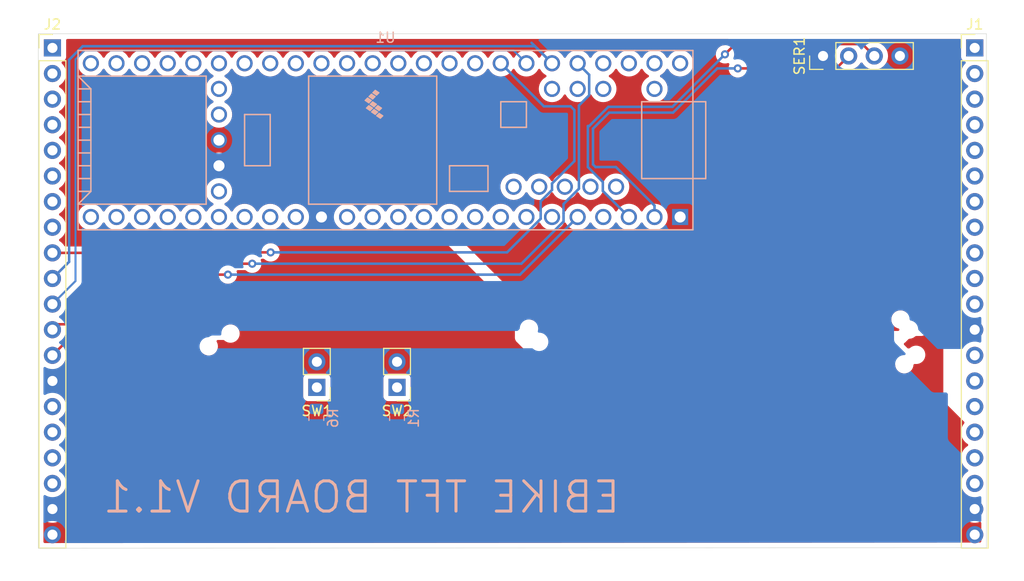
<source format=kicad_pcb>
(kicad_pcb (version 20211014) (generator pcbnew)
  (layers (0 "F.Cu" signal) (31 "B.Cu" signal) (34 "B.Paste" user) (35 "F.Paste" user) (36 "B.SilkS" user "B.Silkscreen") (37 "F.SilkS" user "F.Silkscreen") (38 "B.Mask" user) (39 "F.Mask" user) (44 "Edge.Cuts" user))
  (net 0 "")
  (net 1 "GND")
  (net 2 "+3.3v")
  (net 3 "SCK")
  (net 4 "MOSI")
  (net 5 "MISO")
  (net 7 "CS")
  (net 8 "CD")
  (net 20 "WR")
  (net 21 "RD")
  (net 22 "BRIGHTNESS")
  (net 23 "X+")
  (net 24 "Y+")
  (net 25 "X-")
  (net 26 "Y-")
  (net 35 "PB2_IN")
  (net 36 "PB1_IN")
  (net 37 "Rx-BESC")
  (net 38 "Tx-BESC")
  (footprint "Connector_PinHeader_2.54mm:PinHeader_1x20_P2.54mm_Vertical" (layer "F.Cu") (at 116.84 25.4)
    (fp_text reference "J1" (at 0 -2.33) (layer "F.SilkS"))
    (fp_text value "Conn_01x20")
    (fp_line (start -1.33 1.27) (end -1.33 49.59) (layer "F.SilkS") (width 0.12))
    (fp_line (start -1.33 49.59) (end 1.33 49.59) (layer "F.SilkS") (width 0.12))
    (fp_line (start -1.33 -1.33) (end 0 -1.33) (layer "F.SilkS") (width 0.12))
    (fp_line (start -1.33 0) (end -1.33 -1.33) (layer "F.SilkS") (width 0.12))
    (fp_line (start 1.33 1.27) (end 1.33 49.59) (layer "F.SilkS") (width 0.12))
    (fp_line (start -1.33 1.27) (end 1.33 1.27) (layer "F.SilkS") (width 0.12))
    (pad "1" thru_hole rect locked (at 0 0) (size 1.7 1.7) (drill 1) (layers *.Cu *.Mask))
    (pad "2" thru_hole oval locked (at 0 2.54) (size 1.7 1.7) (drill 1) (layers *.Cu *.Mask))
    (pad "3" thru_hole oval locked (at 0 5.08) (size 1.7 1.7) (drill 1) (layers *.Cu *.Mask))
    (pad "4" thru_hole oval locked (at 0 7.62) (size 1.7 1.7) (drill 1) (layers *.Cu *.Mask))
    (pad "5" thru_hole oval locked (at 0 10.16) (size 1.7 1.7) (drill 1) (layers *.Cu *.Mask))
    (pad "6" thru_hole oval locked (at 0 12.7) (size 1.7 1.7) (drill 1) (layers *.Cu *.Mask))
    (pad "7" thru_hole oval locked (at 0 15.24) (size 1.7 1.7) (drill 1) (layers *.Cu *.Mask))
    (pad "8" thru_hole oval locked (at 0 17.78) (size 1.7 1.7) (drill 1) (layers *.Cu *.Mask))
    (pad "9" thru_hole oval locked (at 0 20.32) (size 1.7 1.7) (drill 1) (layers *.Cu *.Mask))
    (pad "10" thru_hole oval locked (at 0 22.86) (size 1.7 1.7) (drill 1) (layers *.Cu *.Mask))
    (pad "11" thru_hole oval locked (at 0 25.4) (size 1.7 1.7) (drill 1) (layers *.Cu *.Mask))
    (pad "12" thru_hole oval locked (at 0 27.94) (size 1.7 1.7) (drill 1) (layers *.Cu *.Mask) (net 2 "+3.3v"))
    (pad "13" thru_hole oval locked (at 0 30.48) (size 1.7 1.7) (drill 1) (layers *.Cu *.Mask) (net 8 "CD"))
    (pad "14" thru_hole oval locked (at 0 33.02) (size 1.7 1.7) (drill 1) (layers *.Cu *.Mask) (net 7 "CS"))
    (pad "15" thru_hole oval locked (at 0 35.56) (size 1.7 1.7) (drill 1) (layers *.Cu *.Mask) (net 4 "MOSI"))
    (pad "16" thru_hole oval locked (at 0 38.1) (size 1.7 1.7) (drill 1) (layers *.Cu *.Mask) (net 5 "MISO"))
    (pad "17" thru_hole oval locked (at 0 40.64) (size 1.7 1.7) (drill 1) (layers *.Cu *.Mask) (net 3 "SCK"))
    (pad "18" thru_hole oval locked (at 0 43.18) (size 1.7 1.7) (drill 1) (layers *.Cu *.Mask))
    (pad "19" thru_hole oval locked (at 0 45.72) (size 1.7 1.7) (drill 1) (layers *.Cu *.Mask) (net 2 "+3.3v"))
    (pad "20" thru_hole oval locked (at 0 48.26) (size 1.7 1.7) (drill 1) (layers *.Cu *.Mask) (net 1 "GND"))
  )
  (footprint "Connector_PinHeader_2.54mm:PinHeader_1x20_P2.54mm_Vertical" (layer "F.Cu") (at 25.4 25.4)
    (fp_text reference "J2" (at 0 -2.33) (layer "F.SilkS"))
    (fp_text value "Conn_01x20")
    (fp_line (start -1.33 0) (end -1.33 -1.33) (layer "F.SilkS") (width 0.12))
    (fp_line (start -1.33 1.27) (end 1.33 1.27) (layer "F.SilkS") (width 0.12))
    (fp_line (start -1.33 -1.33) (end 0 -1.33) (layer "F.SilkS") (width 0.12))
    (fp_line (start -1.33 49.59) (end 1.33 49.59) (layer "F.SilkS") (width 0.12))
    (fp_line (start -1.33 1.27) (end -1.33 49.59) (layer "F.SilkS") (width 0.12))
    (fp_line (start 1.33 1.27) (end 1.33 49.59) (layer "F.SilkS") (width 0.12))
    (pad "1" thru_hole rect locked (at 0 0) (size 1.7 1.7) (drill 1) (layers *.Cu *.Mask))
    (pad "2" thru_hole oval locked (at 0 2.54) (size 1.7 1.7) (drill 1) (layers *.Cu *.Mask))
    (pad "3" thru_hole oval locked (at 0 5.08) (size 1.7 1.7) (drill 1) (layers *.Cu *.Mask))
    (pad "4" thru_hole oval locked (at 0 7.62) (size 1.7 1.7) (drill 1) (layers *.Cu *.Mask))
    (pad "5" thru_hole oval locked (at 0 10.16) (size 1.7 1.7) (drill 1) (layers *.Cu *.Mask))
    (pad "6" thru_hole oval locked (at 0 12.7) (size 1.7 1.7) (drill 1) (layers *.Cu *.Mask))
    (pad "7" thru_hole oval locked (at 0 15.24) (size 1.7 1.7) (drill 1) (layers *.Cu *.Mask))
    (pad "8" thru_hole oval locked (at 0 17.78) (size 1.7 1.7) (drill 1) (layers *.Cu *.Mask))
    (pad "9" thru_hole oval locked (at 0 20.32) (size 1.7 1.7) (drill 1) (layers *.Cu *.Mask) (net 26 "Y-"))
    (pad "10" thru_hole oval locked (at 0 22.86) (size 1.7 1.7) (drill 1) (layers *.Cu *.Mask) (net 25 "X-"))
    (pad "11" thru_hole oval locked (at 0 25.4) (size 1.7 1.7) (drill 1) (layers *.Cu *.Mask) (net 24 "Y+"))
    (pad "12" thru_hole oval locked (at 0 27.94) (size 1.7 1.7) (drill 1) (layers *.Cu *.Mask) (net 23 "X+"))
    (pad "13" thru_hole oval locked (at 0 30.48) (size 1.7 1.7) (drill 1) (layers *.Cu *.Mask) (net 22 "BRIGHTNESS"))
    (pad "14" thru_hole oval locked (at 0 33.02) (size 1.7 1.7) (drill 1) (layers *.Cu *.Mask) (net 2 "+3.3v"))
    (pad "15" thru_hole oval locked (at 0 35.56) (size 1.7 1.7) (drill 1) (layers *.Cu *.Mask) (net 21 "RD"))
    (pad "16" thru_hole oval locked (at 0 38.1) (size 1.7 1.7) (drill 1) (layers *.Cu *.Mask) (net 20 "WR"))
    (pad "17" thru_hole oval locked (at 0 40.64) (size 1.7 1.7) (drill 1) (layers *.Cu *.Mask) (net 8 "CD"))
    (pad "18" thru_hole oval locked (at 0 43.18) (size 1.7 1.7) (drill 1) (layers *.Cu *.Mask) (net 7 "CS"))
    (pad "19" thru_hole oval locked (at 0 45.72) (size 1.7 1.7) (drill 1) (layers *.Cu *.Mask) (net 2 "+3.3v"))
    (pad "20" thru_hole oval locked (at 0 48.26) (size 1.7 1.7) (drill 1) (layers *.Cu *.Mask) (net 1 "GND"))
  )
  (footprint "Connector_PinHeader_2.54mm:PinHeader_1x04_P2.54mm_Vertical" (layer "F.Cu") (at 101.8 26.2 90)
    (fp_text reference "SER1" (at 0 -2.33 90) (layer "F.SilkS"))
    (fp_text value "Conn_01x04")
    (fp_line (start -1.33 1.27) (end -1.33 8.95) (layer "F.SilkS") (width 0.12))
    (fp_line (start 1.33 1.27) (end 1.33 8.95) (layer "F.SilkS") (width 0.12))
    (fp_line (start -1.33 1.27) (end 1.33 1.27) (layer "F.SilkS") (width 0.12))
    (fp_line (start -1.33 -1.33) (end 0 -1.33) (layer "F.SilkS") (width 0.12))
    (fp_line (start -1.33 0) (end -1.33 -1.33) (layer "F.SilkS") (width 0.12))
    (fp_line (start -1.33 8.95) (end 1.33 8.95) (layer "F.SilkS") (width 0.12))
    (pad "1" thru_hole rect locked (at 0 0 90) (size 1.7 1.7) (drill 1) (layers *.Cu *.Mask) (net 2 "+3.3v"))
    (pad "2" thru_hole oval locked (at 0 2.54 90) (size 1.7 1.7) (drill 1) (layers *.Cu *.Mask) (net 38 "Tx-BESC"))
    (pad "3" thru_hole oval locked (at 0 5.08 90) (size 1.7 1.7) (drill 1) (layers *.Cu *.Mask) (net 37 "Rx-BESC"))
    (pad "4" thru_hole oval locked (at 0 7.62 90) (size 1.7 1.7) (drill 1) (layers *.Cu *.Mask) (net 1 "GND"))
  )
  (footprint "Connector_PinHeader_2.54mm:PinHeader_1x02_P2.54mm_Vertical" (layer "F.Cu") (at 51.613 59.06 180)
    (fp_text reference "SW1" (at 0 -2.33) (layer "F.SilkS"))
    (fp_text value "Conn_01x02")
    (fp_line (start -1.33 0) (end -1.33 -1.33) (layer "F.SilkS") (width 0.12))
    (fp_line (start -1.33 1.27) (end 1.33 1.27) (layer "F.SilkS") (width 0.12))
    (fp_line (start -1.33 3.87) (end 1.33 3.87) (layer "F.SilkS") (width 0.12))
    (fp_line (start -1.33 -1.33) (end 0 -1.33) (layer "F.SilkS") (width 0.12))
    (fp_line (start 1.33 1.27) (end 1.33 3.87) (layer "F.SilkS") (width 0.12))
    (fp_line (start -1.33 1.27) (end -1.33 3.87) (layer "F.SilkS") (width 0.12))
    (pad "1" thru_hole rect locked (at 0 0 180) (size 1.7 1.7) (drill 1) (layers *.Cu *.Mask) (net 36 "PB1_IN"))
    (pad "2" thru_hole oval locked (at 0 2.54 180) (size 1.7 1.7) (drill 1) (layers *.Cu *.Mask) (net 1 "GND"))
  )
  (footprint "Connector_PinHeader_2.54mm:PinHeader_1x02_P2.54mm_Vertical" (layer "F.Cu") (at 59.563 59.06 180)
    (fp_text reference "SW2" (at 0 -2.33) (layer "F.SilkS"))
    (fp_text value "Conn_01x02")
    (fp_line (start -1.33 0) (end -1.33 -1.33) (layer "F.SilkS") (width 0.12))
    (fp_line (start -1.33 1.27) (end 1.33 1.27) (layer "F.SilkS") (width 0.12))
    (fp_line (start -1.33 3.87) (end 1.33 3.87) (layer "F.SilkS") (width 0.12))
    (fp_line (start -1.33 1.27) (end -1.33 3.87) (layer "F.SilkS") (width 0.12))
    (fp_line (start 1.33 1.27) (end 1.33 3.87) (layer "F.SilkS") (width 0.12))
    (fp_line (start -1.33 -1.33) (end 0 -1.33) (layer "F.SilkS") (width 0.12))
    (pad "1" thru_hole rect locked (at 0 0 180) (size 1.7 1.7) (drill 1) (layers *.Cu *.Mask) (net 35 "PB2_IN"))
    (pad "2" thru_hole oval locked (at 0 2.54 180) (size 1.7 1.7) (drill 1) (layers *.Cu *.Mask) (net 1 "GND"))
  )
  (footprint "Resistor_SMD:R_0805_2012Metric" (layer "B.Cu") (at 59.563 62.105 90)
    (fp_text reference "R1" (at 0 1.65 90) (layer "B.SilkS") (effects (justify mirror)))
    (fp_text value "10k")
    (fp_line (start -0.227064 -0.735) (end 0.227064 -0.735) (layer "B.SilkS") (width 0.12))
    (fp_line (start -0.227064 0.735) (end 0.227064 0.735) (layer "B.SilkS") (width 0.12))
    (pad "1" smd roundrect locked (at -0.9125 0 90) (size 1.025 1.4) (layers "B.Cu" "B.Paste" "B.Mask") (roundrect_rratio 0.2439014634) (net 2 "+3.3v"))
    (pad "2" smd roundrect locked (at 0.9125 0 90) (size 1.025 1.4) (layers "B.Cu" "B.Paste" "B.Mask") (roundrect_rratio 0.2439014634) (net 35 "PB2_IN"))
  )
  (footprint "Resistor_SMD:R_0805_2012Metric" (layer "B.Cu") (at 51.563 62.105 90)
    (fp_text reference "R6" (at 0 1.65 90) (layer "B.SilkS") (effects (justify mirror)))
    (fp_text value "10k")
    (fp_line (start -0.227064 0.735) (end 0.227064 0.735) (layer "B.SilkS") (width 0.12))
    (fp_line (start -0.227064 -0.735) (end 0.227064 -0.735) (layer "B.SilkS") (width 0.12))
    (pad "1" smd roundrect locked (at -0.9125 0 90) (size 1.025 1.4) (layers "B.Cu" "B.Paste" "B.Mask") (roundrect_rratio 0.2439014634) (net 2 "+3.3v"))
    (pad "2" smd roundrect locked (at 0.9125 0 90) (size 1.025 1.4) (layers "B.Cu" "B.Paste" "B.Mask") (roundrect_rratio 0.2439014634) (net 36 "PB1_IN"))
  )
  (footprint "teensy:Teensy35_36" (layer "B.Cu") (at 58.42 34.544 180)
    (fp_text reference "U1" (at 0 10.16) (layer "B.SilkS") (effects (justify mirror)))
    (fp_text value "Teensy3.6")
    (fp_line (start 29.21 -5.08) (end 30.48 -5.08) (layer "B.SilkS") (width 0.15))
    (fp_line (start -5.08 6.35) (end 7.62 6.35) (layer "B.SilkS") (width 0.15))
    (fp_line (start 7.62 -6.35) (end 7.62 6.35) (layer "B.SilkS") (width 0.15))
    (fp_line (start -30.48 -3.81) (end -31.75 -3.81) (layer "B.SilkS") (width 0.15))
    (fp_line (start 29.21 -1.27) (end 30.48 -1.27) (layer "B.SilkS") (width 0.15))
    (fp_line (start 29.21 3.81) (end 30.48 3.81) (layer "B.SilkS") (width 0.15))
    (fp_line (start -25.4 -3.81) (end -30.48 -3.81) (layer "B.SilkS") (width 0.15))
    (fp_line (start -6.35 -2.54) (end -6.35 -5.08) (layer "B.SilkS") (width 0.15))
    (fp_line (start -25.4 -3.81) (end -25.4 3.81) (layer "B.SilkS") (width 0.15))
    (fp_line (start 29.21 -3.81) (end 30.48 -3.81) (layer "B.SilkS") (width 0.15))
    (fp_line (start 11.43 2.54) (end 13.97 2.54) (layer "B.SilkS") (width 0.15))
    (fp_line (start -11.43 1.27) (end -11.43 3.81) (layer "B.SilkS") (width 0.15))
    (fp_line (start -5.08 6.35) (end -5.08 -6.35) (layer "B.SilkS") (width 0.15))
    (fp_line (start -30.48 -8.89) (end 30.48 -8.89) (layer "B.SilkS") (width 0.15))
    (fp_line (start 29.21 2.54) (end 30.48 2.54) (layer "B.SilkS") (width 0.15))
    (fp_line (start -5.08 -6.35) (end 7.62 -6.35) (layer "B.SilkS") (width 0.15))
    (fp_line (start 30.48 6.35) (end 17.78 6.35) (layer "B.SilkS") (width 0.15))
    (fp_line (start 30.48 8.89) (end -30.48 8.89) (layer "B.SilkS") (width 0.15))
    (fp_line (start -30.48 -8.89) (end -30.48 8.89) (layer "B.SilkS") (width 0.15))
    (fp_line (start 17.78 -6.35) (end 30.48 -6.35) (layer "B.SilkS") (width 0.15))
    (fp_line (start 29.21 5.08) (end 30.48 6.35) (layer "B.SilkS") (width 0.15))
    (fp_line (start 17.78 6.35) (end 17.78 -6.35) (layer "B.SilkS") (width 0.15))
    (fp_line (start 29.21 -2.54) (end 30.48 -2.54) (layer "B.SilkS") (width 0.15))
    (fp_line (start -13.97 3.81) (end -13.97 1.27) (layer "B.SilkS") (width 0.15))
    (fp_line (start 13.97 -2.54) (end 11.43 -2.54) (layer "B.SilkS") (width 0.15))
    (fp_line (start 29.21 0) (end 30.48 0) (layer "B.SilkS") (width 0.15))
    (fp_line (start 13.97 2.54) (end 13.97 -2.54) (layer "B.SilkS") (width 0.15))
    (fp_line (start 29.21 -5.08) (end 29.21 5.08) (layer "B.SilkS") (width 0.15))
    (fp_line (start 29.21 5.08) (end 30.48 5.08) (layer "B.SilkS") (width 0.15))
    (fp_line (start -11.43 3.81) (end -13.97 3.81) (layer "B.SilkS") (width 0.15))
    (fp_line (start -31.75 3.81) (end -30.48 3.81) (layer "B.SilkS") (width 0.15))
    (fp_line (start -13.97 1.27) (end -11.43 1.27) (layer "B.SilkS") (width 0.15))
    (fp_line (start 30.48 8.89) (end 30.48 -8.89) (layer "B.SilkS") (width 0.15))
    (fp_line (start -25.4 3.81) (end -30.48 3.81) (layer "B.SilkS") (width 0.15))
    (fp_line (start -10.16 -2.54) (end -6.35 -2.54) (layer "B.SilkS") (width 0.15))
    (fp_line (start 11.43 -2.54) (end 11.43 2.54) (layer "B.SilkS") (width 0.15))
    (fp_line (start -10.16 -5.08) (end -10.16 -2.54) (layer "B.SilkS") (width 0.15))
    (fp_line (start -6.35 -5.08) (end -10.16 -5.08) (layer "B.SilkS") (width 0.15))
    (fp_line (start -31.75 -3.81) (end -31.75 3.81) (layer "B.SilkS") (width 0.15))
    (fp_line (start 29.21 1.27) (end 30.48 1.27) (layer "B.SilkS") (width 0.15))
    (fp_line (start 30.48 -6.35) (end 29.21 -5.08) (layer "B.SilkS") (width 0.15))
    (fp_poly (pts (xy 1.016 4.953) (xy 1.27 4.699) (xy 0.889 4.445) (xy 0.635 4.699)) (layer "B.SilkS") (width 0.1) (fill solid))
    (fp_poly (pts (xy 1.778 4.191) (xy 2.032 3.937) (xy 1.651 3.683) (xy 1.397 3.937)) (layer "B.SilkS") (width 0.1) (fill solid))
    (fp_poly (pts (xy 0.762 3.429) (xy 1.016 3.175) (xy 0.635 2.921) (xy 0.381 3.175)) (layer "B.SilkS") (width 0.1) (fill solid))
    (fp_poly (pts (xy 0.635 2.667) (xy 0.889 2.413) (xy 0.508 2.159) (xy 0.254 2.413)) (layer "B.SilkS") (width 0.1) (fill solid))
    (fp_poly (pts (xy 1.397 4.572) (xy 1.651 4.318) (xy 1.27 4.064) (xy 1.016 4.318)) (layer "B.SilkS") (width 0.1) (fill solid))
    (fp_poly (pts (xy 1.143 3.048) (xy 1.397 2.794) (xy 1.016 2.54) (xy 0.762 2.794)) (layer "B.SilkS") (width 0.1) (fill solid))
    (fp_poly (pts (xy 1.651 3.429) (xy 1.905 3.175) (xy 1.524 2.921) (xy 1.27 3.175)) (layer "B.SilkS") (width 0.1) (fill solid))
    (fp_poly (pts (xy 1.27 3.81) (xy 1.524 3.556) (xy 1.143 3.302) (xy 0.889 3.556)) (layer "B.SilkS") (width 0.1) (fill solid))
    (pad "1" thru_hole rect locked (at -29.21 -7.62 180) (size 1.6 1.6) (drill 1.1) (layers *.Cu *.Mask) (net 1 "GND"))
    (pad "2" thru_hole circle locked (at -26.67 -7.62 180) (size 1.6 1.6) (drill 1.1) (layers *.Cu *.Mask) (net 38 "Tx-BESC"))
    (pad "3" thru_hole circle locked (at -24.13 -7.62 180) (size 1.6 1.6) (drill 1.1) (layers *.Cu *.Mask) (net 37 "Rx-BESC"))
    (pad "4" thru_hole circle locked (at -21.59 -7.62 180) (size 1.6 1.6) (drill 1.1) (layers *.Cu *.Mask))
    (pad "5" thru_hole circle locked (at -19.05 -7.62 180) (size 1.6 1.6) (drill 1.1) (layers *.Cu *.Mask) (net 22 "BRIGHTNESS"))
    (pad "6" thru_hole circle locked (at -16.51 -7.62 180) (size 1.6 1.6) (drill 1.1) (layers *.Cu *.Mask))
    (pad "7" thru_hole circle locked (at -13.97 -7.62 180) (size 1.6 1.6) (drill 1.1) (layers *.Cu *.Mask))
    (pad "8" thru_hole circle locked (at -11.43 -7.62 180) (size 1.6 1.6) (drill 1.1) (layers *.Cu *.Mask) (net 36 "PB1_IN"))
    (pad "9" thru_hole circle locked (at -8.89 -7.62 180) (size 1.6 1.6) (drill 1.1) (layers *.Cu *.Mask) (net 35 "PB2_IN"))
    (pad "10" thru_hole circle locked (at -6.35 -7.62 180) (size 1.6 1.6) (drill 1.1) (layers *.Cu *.Mask))
    (pad "11" thru_hole circle locked (at -3.81 -7.62 180) (size 1.6 1.6) (drill 1.1) (layers *.Cu *.Mask) (net 8 "CD"))
    (pad "12" thru_hole circle locked (at -1.27 -7.62 180) (size 1.6 1.6) (drill 1.1) (layers *.Cu *.Mask) (net 7 "CS"))
    (pad "13" thru_hole circle locked (at 1.27 -7.62 180) (size 1.6 1.6) (drill 1.1) (layers *.Cu *.Mask) (net 4 "MOSI"))
    (pad "14" thru_hole circle locked (at 3.81 -7.62 180) (size 1.6 1.6) (drill 1.1) (layers *.Cu *.Mask) (net 5 "MISO"))
    (pad "15" thru_hole circle locked (at 6.35 -7.62 180) (size 1.6 1.6) (drill 1.1) (layers *.Cu *.Mask) (net 2 "+3.3v"))
    (pad "16" thru_hole circle locked (at 8.89 -7.62 180) (size 1.6 1.6) (drill 1.1) (layers *.Cu *.Mask))
    (pad "17" thru_hole circle locked (at 11.43 -7.62 180) (size 1.6 1.6) (drill 1.1) (layers *.Cu *.Mask))
    (pad "18" thru_hole circle locked (at 13.97 -7.62 180) (size 1.6 1.6) (drill 1.1) (layers *.Cu *.Mask))
    (pad "19" thru_hole circle locked (at 16.51 -7.62 180) (size 1.6 1.6) (drill 1.1) (layers *.Cu *.Mask))
    (pad "20" thru_hole circle locked (at 19.05 -7.62 180) (size 1.6 1.6) (drill 1.1) (layers *.Cu *.Mask))
    (pad "21" thru_hole circle locked (at 21.59 -7.62 180) (size 1.6 1.6) (drill 1.1) (layers *.Cu *.Mask))
    (pad "22" thru_hole circle locked (at 24.13 -7.62 180) (size 1.6 1.6) (drill 1.1) (layers *.Cu *.Mask))
    (pad "23" thru_hole circle locked (at 26.67 -7.62 180) (size 1.6 1.6) (drill 1.1) (layers *.Cu *.Mask))
    (pad "24" thru_hole circle locked (at 29.21 -7.62 180) (size 1.6 1.6) (drill 1.1) (layers *.Cu *.Mask))
    (pad "25" thru_hole circle locked (at 16.51 -5.08 180) (size 1.6 1.6) (drill 1.1) (layers *.Cu *.Mask))
    (pad "26" thru_hole circle locked (at 16.51 -2.54 180) (size 1.6 1.6) (drill 1.1) (layers *.Cu *.Mask) (net 2 "+3.3v"))
    (pad "27" thru_hole circle locked (at 16.51 0 180) (size 1.6 1.6) (drill 1.1) (layers *.Cu *.Mask) (net 1 "GND"))
    (pad "28" thru_hole circle locked (at 16.51 2.54 180) (size 1.6 1.6) (drill 1.1) (layers *.Cu *.Mask))
    (pad "29" thru_hole circle locked (at 16.51 5.08 180) (size 1.6 1.6) (drill 1.1) (layers *.Cu *.Mask))
    (pad "30" thru_hole circle locked (at 29.21 7.62 180) (size 1.6 1.6) (drill 1.1) (layers *.Cu *.Mask))
    (pad "31" thru_hole circle locked (at 26.67 7.62 180) (size 1.6 1.6) (drill 1.1) (layers *.Cu *.Mask))
    (pad "32" thru_hole circle locked (at 24.13 7.62 180) (size 1.6 1.6) (drill 1.1) (layers *.Cu *.Mask))
    (pad "33" thru_hole circle locked (at 21.59 7.62 180) (size 1.6 1.6) (drill 1.1) (layers *.Cu *.Mask))
    (pad "34" thru_hole circle locked (at 19.05 7.62 180) (size 1.6 1.6) (drill 1.1) (layers *.Cu *.Mask))
    (pad "35" thru_hole circle locked (at 16.51 7.62 180) (size 1.6 1.6) (drill 1.1) (layers *.Cu *.Mask))
    (pad "36" thru_hole circle locked (at 13.97 7.62 180) (size 1.6 1.6) (drill 1.1) (layers *.Cu *.Mask))
    (pad "37" thru_hole circle locked (at 11.43 7.62 180) (size 1.6 1.6) (drill 1.1) (layers *.Cu *.Mask))
    (pad "38" thru_hole circle locked (at 8.89 7.62 180) (size 1.6 1.6) (drill 1.1) (layers *.Cu *.Mask))
    (pad "39" thru_hole circle locked (at 6.35 7.62 180) (size 1.6 1.6) (drill 1.1) (layers *.Cu *.Mask))
    (pad "40" thru_hole circle locked (at 3.81 7.62 180) (size 1.6 1.6) (drill 1.1) (layers *.Cu *.Mask) (net 3 "SCK"))
    (pad "41" thru_hole circle locked (at 1.27 7.62 180) (size 1.6 1.6) (drill 1.1) (layers *.Cu *.Mask))
    (pad "42" thru_hole circle locked (at -1.27 7.62 180) (size 1.6 1.6) (drill 1.1) (layers *.Cu *.Mask))
    (pad "43" thru_hole circle locked (at -3.81 7.62 180) (size 1.6 1.6) (drill 1.1) (layers *.Cu *.Mask))
    (pad "44" thru_hole circle locked (at -6.35 7.62 180) (size 1.6 1.6) (drill 1.1) (layers *.Cu *.Mask))
    (pad "45" thru_hole circle locked (at -8.89 7.62 180) (size 1.6 1.6) (drill 1.1) (layers *.Cu *.Mask))
    (pad "46" thru_hole circle locked (at -11.43 7.62 180) (size 1.6 1.6) (drill 1.1) (layers *.Cu *.Mask) (net 26 "Y-"))
    (pad "47" thru_hole circle locked (at -13.97 7.62 180) (size 1.6 1.6) (drill 1.1) (layers *.Cu *.Mask) (net 24 "Y+"))
    (pad "48" thru_hole circle locked (at -16.51 7.62 180) (size 1.6 1.6) (drill 1.1) (layers *.Cu *.Mask) (net 25 "X-"))
    (pad "49" thru_hole circle locked (at -19.05 7.62 180) (size 1.6 1.6) (drill 1.1) (layers *.Cu *.Mask) (net 23 "X+"))
    (pad "50" thru_hole circle locked (at -21.59 7.62 180) (size 1.6 1.6) (drill 1.1) (layers *.Cu *.Mask))
    (pad "51" thru_hole circle locked (at -24.13 7.62 180) (size 1.6 1.6) (drill 1.1) (layers *.Cu *.Mask))
    (pad "52" thru_hole circle locked (at -26.67 7.62 180) (size 1.6 1.6) (drill 1.1) (layers *.Cu *.Mask))
    (pad "53" thru_hole circle locked (at -29.21 7.62 180) (size 1.6 1.6) (drill 1.1) (layers *.Cu *.Mask))
    (pad "54" thru_hole circle locked (at -26.67 5.08 180) (size 1.6 1.6) (drill 1.1) (layers *.Cu *.Mask))
    (pad "55" thru_hole circle locked (at -21.59 5.08 180) (size 1.6 1.6) (drill 1.1) (layers *.Cu *.Mask))
    (pad "56" thru_hole circle locked (at -19.05 5.08 180) (size 1.6 1.6) (drill 1.1) (layers *.Cu *.Mask))
    (pad "57" thru_hole circle locked (at -16.51 5.08 180) (size 1.6 1.6) (drill 1.1) (layers *.Cu *.Mask))
    (pad "58" thru_hole circle locked (at -22.86 -4.62 180) (size 1.6 1.6) (drill 1.1) (layers *.Cu *.Mask))
    (pad "59" thru_hole circle locked (at -20.32 -4.62 180) (size 1.6 1.6) (drill 1.1) (layers *.Cu *.Mask))
    (pad "60" thru_hole circle locked (at -17.78 -4.62 180) (size 1.6 1.6) (drill 1.1) (layers *.Cu *.Mask))
    (pad "61" thru_hole circle locked (at -15.24 -4.62 180) (size 1.6 1.6) (drill 1.1) (layers *.Cu *.Mask))
    (pad "62" thru_hole circle locked (at -12.7 -4.62 180) (size 1.6 1.6) (drill 1.1) (layers *.Cu *.Mask))
  )
  (gr_line (start 118 24) (end 24 24) (layer "Edge.Cuts") (width 0.05))
  (gr_line (start 24 24) (end 24 75) (layer "Edge.Cuts") (width 0.05))
  (gr_line (start 118 74.95) (end 118 24) (layer "Edge.Cuts") (width 0.05))
  (gr_line (start 24 75) (end 118 74.95) (layer "Edge.Cuts") (width 0.05))
  (gr_text "EBIKE TFT BOARD V1.1\n" (at 56.05 69.95) (layer "B.SilkS") (effects (font (size 3 3) (thickness 0.3)) (justify mirror)))
  (segment (start 25.4 68.58) (end 25.85641 68.58) (width 0.25) (layer "F.Cu") (net 7))
  (segment (start 33.401 47.879) (end 42.797 47.879) (width 0.25) (layer "F.Cu") (net 22))
  (segment (start 25.4 55.88) (end 33.401 47.879) (width 0.25) (layer "F.Cu") (net 22))
  (via (at 42.797 47.879) (size 0.8) (drill 0.4) (layers "F.Cu" "B.Cu") (net 22))
  (segment (start 71.755 47.879) (end 77.47 42.164) (width 0.25) (layer "B.Cu") (net 22))
  (segment (start 42.797 47.879) (end 71.755 47.879) (width 0.25) (layer "B.Cu") (net 22))
  (segment (start 33.754999 46.795001) (end 45.204999 46.795001) (width 0.25) (layer "F.Cu") (net 23))
  (segment (start 27.75 52.8) (end 33.754999 46.795001) (width 0.25) (layer "F.Cu") (net 23))
  (segment (start 25.94 52.8) (end 27.75 52.8) (width 0.25) (layer "F.Cu") (net 23))
  (segment (start 25.4 53.34) (end 25.94 52.8) (width 0.25) (layer "F.Cu") (net 23))
  (via (at 45.204999 46.795001) (size 0.8) (drill 0.4) (layers "F.Cu" "B.Cu") (net 23))
  (segment (start 77.597 31.115) (end 78.5495 30.1625) (width 0.25) (layer "B.Cu") (net 23))
  (segment (start 76.447996 40.506995) (end 76.574995 40.379995) (width 0.25) (layer "B.Cu") (net 23))
  (segment (start 76.073 40.88199) (end 76.073 41.783) (width 0.25) (layer "B.Cu") (net 23))
  (segment (start 77.597 39.357991) (end 77.597 31.115) (width 0.25) (layer "B.Cu") (net 23))
  (segment (start 76.574995 40.379995) (end 77.597 39.357991) (width 0.25) (layer "B.Cu") (net 23))
  (segment (start 76.073 42.611991) (end 76.073 41.783) (width 0.25) (layer "B.Cu") (net 23))
  (segment (start 78.613 28.067) (end 77.47 26.924) (width 0.25) (layer "B.Cu") (net 23))
  (segment (start 71.88999 46.795001) (end 76.073 42.611991) (width 0.25) (layer "B.Cu") (net 23))
  (segment (start 45.204999 46.795001) (end 71.88999 46.795001) (width 0.25) (layer "B.Cu") (net 23))
  (segment (start 78.613 30.099) (end 78.613 28.067) (width 0.25) (layer "B.Cu") (net 23))
  (segment (start 76.574995 40.379995) (end 76.073 40.88199) (width 0.25) (layer "B.Cu") (net 23))
  (segment (start 27.8765 26.3525) (end 28.575 25.654) (width 0.2) (layer "B.Cu") (net 24))
  (segment (start 25.4 50.8) (end 27.686 48.514) (width 0.2) (layer "B.Cu") (net 24))
  (segment (start 27.686 26.543) (end 27.8765 26.3525) (width 0.2) (layer "B.Cu") (net 24))
  (segment (start 27.686 43.434) (end 27.686 41.783) (width 0.2) (layer "B.Cu") (net 24))
  (segment (start 27.686 41.783) (end 27.686 41.656) (width 0.2) (layer "B.Cu") (net 24))
  (segment (start 71.12 25.654) (end 72.39 26.924) (width 0.2) (layer "B.Cu") (net 24))
  (segment (start 28.575 25.654) (end 71.12 25.654) (width 0.2) (layer "B.Cu") (net 24))
  (segment (start 27.686 48.514) (end 27.686 43.434) (width 0.2) (layer "B.Cu") (net 24))
  (segment (start 27.686 43.434) (end 27.686 26.543) (width 0.2) (layer "B.Cu") (net 24))
  (segment (start 27.051 46.609) (end 25.4 48.26) (width 0.25) (layer "B.Cu") (net 25))
  (segment (start 74.93 26.924) (end 73.235 25.229) (width 0.25) (layer "B.Cu") (net 25))
  (segment (start 28.398959 25.229) (end 27.051 26.576959) (width 0.25) (layer "B.Cu") (net 25))
  (segment (start 72.898 24.892) (end 74.93 26.924) (width 0.25) (layer "B.Cu") (net 25))
  (segment (start 27.051 26.576959) (end 27.051 46.609) (width 0.25) (layer "B.Cu") (net 25))
  (segment (start 73.235 25.229) (end 28.398959 25.229) (width 0.25) (layer "B.Cu") (net 25))
  (segment (start 25.4 45.72) (end 36.476 45.72) (width 0.25) (layer "F.Cu") (net 26))
  (segment (start 47.03 45.67) (end 36.526 45.67) (width 0.25) (layer "F.Cu") (net 26))
  (segment (start 36.476 45.72) (end 36.526 45.67) (width 0.25) (layer "F.Cu") (net 26))
  (via (at 47.03 45.67) (size 0.8) (drill 0.4) (layers "F.Cu" "B.Cu") (net 26))
  (segment (start 73.805 40.609991) (end 74.93 39.484991) (width 0.25) (layer "B.Cu") (net 26))
  (segment (start 74.93 39.484991) (end 74.93 38.843009) (width 0.25) (layer "B.Cu") (net 26))
  (segment (start 77.147 31.565) (end 76.773865 31.191865) (width 0.25) (layer "B.Cu") (net 26))
  (segment (start 70.474991 45.67) (end 73.805 42.339991) (width 0.25) (layer "B.Cu") (net 26))
  (segment (start 74.117865 31.191865) (end 69.85 26.924) (width 0.25) (layer "B.Cu") (net 26))
  (segment (start 47.03 45.67) (end 70.474991 45.67) (width 0.25) (layer "B.Cu") (net 26))
  (segment (start 74.93 38.843009) (end 77.147 36.626008) (width 0.25) (layer "B.Cu") (net 26))
  (segment (start 77.147 36.626008) (end 77.147 31.565) (width 0.25) (layer "B.Cu") (net 26))
  (segment (start 76.773865 31.191865) (end 74.117865 31.191865) (width 0.25) (layer "B.Cu") (net 26))
  (segment (start 73.805 42.339991) (end 73.805 40.609991) (width 0.25) (layer "B.Cu") (net 26))
  (segment (start 51.563 59.11) (end 51.613 59.06) (width 0.25) (layer "B.Cu") (net 36))
  (segment (start 106.88 26.2) (end 105.699 25.019) (width 0.25) (layer "F.Cu") (net 37))
  (segment (start 93.091 25.019) (end 92.075 26.035) (width 0.25) (layer "F.Cu") (net 37))
  (segment (start 105.699 25.019) (end 93.091 25.019) (width 0.25) (layer "F.Cu") (net 37))
  (via (at 92.075 26.035) (size 0.8) (drill 0.4) (layers "F.Cu" "B.Cu") (net 37))
  (segment (start 80.518 31.242) (end 78.613 33.147) (width 0.25) (layer "B.Cu") (net 37))
  (segment (start 80.518 31.242) (end 86.868 31.242) (width 0.25) (layer "B.Cu") (net 37))
  (segment (start 82.55 42.164) (end 79.967567 39.581567) (width 0.25) (layer "B.Cu") (net 37))
  (segment (start 86.868 31.242) (end 92.075 26.035) (width 0.25) (layer "B.Cu") (net 37))
  (segment (start 79.967567 39.581567) (end 79.967567 38.692567) (width 0.25) (layer "B.Cu") (net 37))
  (segment (start 79.967567 38.692567) (end 78.486 37.211) (width 0.25) (layer "B.Cu") (net 37))
  (segment (start 78.486 37.211) (end 78.486 33.147) (width 0.25) (layer "B.Cu") (net 37))
  (segment (start 78.613 33.147) (end 78.486 33.147) (width 0.25) (layer "B.Cu") (net 37))
  (segment (start 93.345 27.432) (end 103.108 27.432) (width 0.25) (layer "F.Cu") (net 38))
  (segment (start 103.108 27.432) (end 104.34 26.2) (width 0.25) (layer "F.Cu") (net 38))
  (via (at 93.345 27.432) (size 0.8) (drill 0.4) (layers "F.Cu" "B.Cu") (net 38))
  (segment (start 86.932198 31.814198) (end 91.314396 27.432) (width 0.25) (layer "B.Cu") (net 38))
  (segment (start 79.248 37.211) (end 78.994 36.957) (width 0.25) (layer "B.Cu") (net 38))
  (segment (start 80.582198 31.814198) (end 86.932198 31.814198) (width 0.25) (layer "B.Cu") (net 38))
  (segment (start 81.26837 37.211) (end 79.248 37.211) (width 0.25) (layer "B.Cu") (net 38))
  (segment (start 78.994 33.402396) (end 80.582198 31.814198) (width 0.25) (layer "B.Cu") (net 38))
  (segment (start 78.994 36.957) (end 78.994 33.402396) (width 0.25) (layer "B.Cu") (net 38))
  (segment (start 85.09 41.03263) (end 81.26837 37.211) (width 0.25) (layer "B.Cu") (net 38))
  (segment (start 91.314396 27.432) (end 93.345 27.432) (width 0.25) (layer "B.Cu") (net 38))
  (segment (start 85.09 42.164) (end 85.09 41.03263) (width 0.25) (layer "B.Cu") (net 38))
  (zone (net 1) (net_name "GND") (layer "F.Cu") (connect_pads yes (clearance 0.508)) (min_thickness 0.254) (fill yes (thermal_gap 0.508) (thermal_bridge_width 0.508))
    (polygon (pts (xy 121.735941 78.25) (xy 20.935941 78.25) (xy 20.935941 20.85) (xy 121.735941 20.85)))
  )
  (zone (net 2) (net_name "+3.3v") (layer "B.Cu") (connect_pads yes (clearance 0.508)) (min_thickness 0.254) (fill yes (thermal_gap 0.508) (thermal_bridge_width 0.508))
    (polygon (pts (xy 121 78.05) (xy 20.2 78.05) (xy 20.2 20.65) (xy 121 20.65)))
  )
)
</source>
